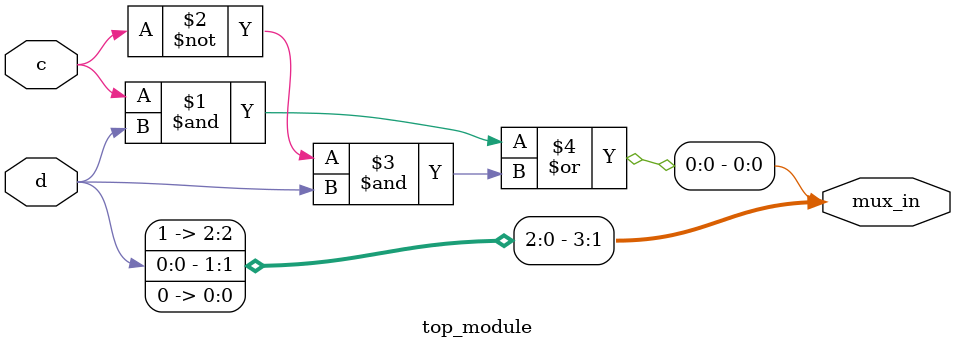
<source format=sv>
module top_module (
    input c,
    input d,
    output [3:0] mux_in
);

    // Allocate the outputs of the 2-to-1 multiplexers
    wire cd0, cd1, cd2, cd3;

    // Each mux_in[n] should be set based on the values in the K-map
    // mux_in[0] corresponds to ab = 00
    assign mux_in[0] = (c & d) | (~c & d);

    // mux_in[1] corresponds to ab = 01
    assign mux_in[1] = 0; // As all values related to ab = 01 are 0

    // mux_in[2] corresponds to ab = 10
    assign mux_in[2] = d; // Because c'd

    // mux_in[3] corresponds to ab = 11
    assign mux_in[3] = c | ~c; // Which is always 1 as per Karnaugh map

endmodule

</source>
